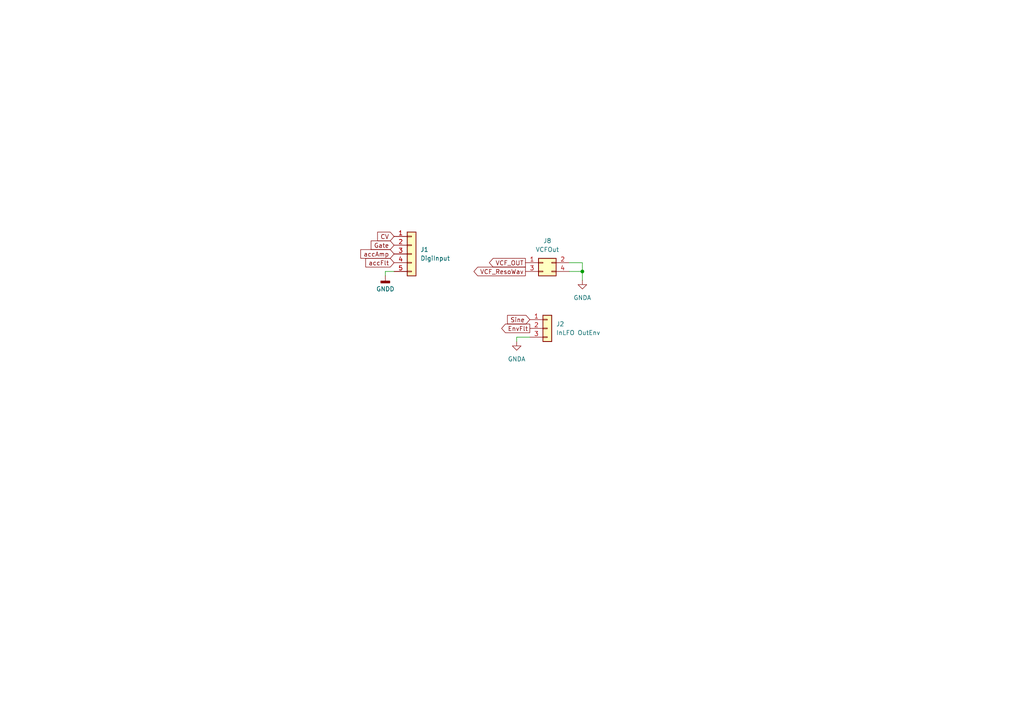
<source format=kicad_sch>
(kicad_sch (version 20250114) (generator "eeschema") (generator_version "9.0")
  (paper "A4")
  (lib_symbols
    (symbol "Connector_Generic:Conn_01x03" (pin_names (offset 1.016) (hide yes))
      (property "Reference" "J" (at 0 5.08 0))
      (property "Value" "Conn_01x03" (at 0 -5.08 0))
      (symbol "Conn_01x03_1_1"
        (rectangle (start -1.27 3.81) (end 1.27 -3.81) (stroke (width 0.254)) (fill (type background)))
        (rectangle (start -1.27 2.667) (end 0 2.413) (stroke (width 0.1524)))
        (rectangle (start -1.27 0.127) (end 0 -0.127) (stroke (width 0.1524)))
        (rectangle (start -1.27 -2.413) (end 0 -2.667) (stroke (width 0.1524)))
        (pin passive line (at -5.08 2.54 0) (length 3.81) (name "Pin_1") (number "1"))
        (pin passive line (at -5.08 0 0) (length 3.81) (name "Pin_2") (number "2"))
        (pin passive line (at -5.08 -2.54 0) (length 3.81) (name "Pin_3") (number "3"))
      )
    )
    (symbol "Connector_Generic:Conn_01x05" (pin_names (offset 1.016) (hide yes))
      (property "Reference" "J" (at 0 7.62 0))
      (property "Value" "Conn_01x05" (at 0 -7.62 0))
      (symbol "Conn_01x05_1_1"
        (rectangle (start -1.27 6.35) (end 1.27 -6.35) (stroke (width 0.254)) (fill (type background)))
        (rectangle (start -1.27 5.207) (end 0 4.953) (stroke (width 0.1524)))
        (rectangle (start -1.27 2.667) (end 0 2.413) (stroke (width 0.1524)))
        (rectangle (start -1.27 0.127) (end 0 -0.127) (stroke (width 0.1524)))
        (rectangle (start -1.27 -2.413) (end 0 -2.667) (stroke (width 0.1524)))
        (rectangle (start -1.27 -4.953) (end 0 -5.207) (stroke (width 0.1524)))
        (pin passive line (at -5.08 5.08 0) (length 3.81) (name "Pin_1") (number "1"))
        (pin passive line (at -5.08 2.54 0) (length 3.81) (name "Pin_2") (number "2"))
        (pin passive line (at -5.08 0 0) (length 3.81) (name "Pin_3") (number "3"))
        (pin passive line (at -5.08 -2.54 0) (length 3.81) (name "Pin_4") (number "4"))
        (pin passive line (at -5.08 -5.08 0) (length 3.81) (name "Pin_5") (number "5"))
      )
    )
    (symbol "Connector_Generic:Conn_02x02_Odd_Even" (pin_names (offset 1.016) (hide yes))
      (property "Reference" "J" (at 1.27 2.54 0))
      (property "Value" "Conn_02x02_Odd_Even" (at 1.27 -5.08 0))
      (symbol "Conn_02x02_Odd_Even_1_1"
        (rectangle (start -1.27 1.27) (end 3.81 -3.81) (stroke (width 0.254)) (fill (type background)))
        (rectangle (start -1.27 0.127) (end 0 -0.127) (stroke (width 0.1524)))
        (rectangle (start -1.27 -2.413) (end 0 -2.667) (stroke (width 0.1524)))
        (rectangle (start 3.81 0.127) (end 2.54 -0.127) (stroke (width 0.1524)))
        (rectangle (start 3.81 -2.413) (end 2.54 -2.667) (stroke (width 0.1524)))
        (pin passive line (at -5.08 0 0) (length 3.81) (name "Pin_1") (number "1"))
        (pin passive line (at -5.08 -2.54 0) (length 3.81) (name "Pin_3") (number "3"))
        (pin passive line (at 7.62 0 180) (length 3.81) (name "Pin_2") (number "2"))
        (pin passive line (at 7.62 -2.54 180) (length 3.81) (name "Pin_4") (number "4"))
      )
    )
    (symbol "power:GNDA" (power) (pin_numbers (hide yes)) (pin_names (offset 0) (hide yes))
      (property "Value" "GNDA" (at 0 -3.81 0))
      (symbol "GNDA_0_1"
        (polyline (pts (xy 0 0) (xy 0 -1.27) (xy 1.27 -1.27) (xy 0 -2.54) (xy -1.27 -1.27) (xy 0 -1.27)))
      )
      (symbol "GNDA_1_1"
        (pin power_in line (at 0 0 270) (length 0) (name "~") (number "1"))
      )
    )
    (symbol "power:GNDD" (power) (pin_numbers (hide yes)) (pin_names (offset 0) (hide yes))
      (property "Value" "GNDD" (at 0 -3.175 0))
      (symbol "GNDD_0_1"
        (rectangle (start -1.27 -1.524) (end 1.27 -2.032) (stroke (width 0.254)) (fill (type outline)))
        (polyline (pts (xy 0 0) (xy 0 -1.524)))
      )
      (symbol "GNDD_1_1"
        (pin power_in line (at 0 0 270) (length 0) (name "~") (number "1"))
      )
    )
  )
  (junction (at 168.91 78.74))
  (wire (pts (xy 165.1 76.2) (xy 168.91 76.2)))
  (wire (pts (xy 168.91 78.74) (xy 168.91 81.28)))
  (wire (pts (xy 165.1 78.74) (xy 168.91 78.74)))
  (wire (pts (xy 153.67 97.79) (xy 149.86 97.79)))
  (wire (pts (xy 168.91 76.2) (xy 168.91 78.74)))
  (wire (pts (xy 149.86 97.79) (xy 149.86 99.06)))
  (wire (pts (xy 114.3 78.74) (xy 111.76 78.74)))
  (wire (pts (xy 111.76 78.74) (xy 111.76 80.01)))
  (global_label "EnvFlt" (shape output) (at 153.67 95.25 180) (property "Intersheetrefs" "${INTERSHEET_REFS}" (effects (hide yes))))
  (global_label "Sine" (shape input) (at 153.67 92.71 180) (property "Intersheetrefs" "${INTERSHEET_REFS}" (effects (hide yes))))
  (global_label "Gate" (shape input) (at 114.3 71.12 180) (property "Intersheetrefs" "${INTERSHEET_REFS}" (effects (hide yes))))
  (global_label "accAmp" (shape input) (at 114.3 73.66 180) (property "Intersheetrefs" "${INTERSHEET_REFS}" (effects (hide yes))))
  (global_label "VCF_ResoWav" (shape output) (at 152.4 78.74 180) (property "Intersheetrefs" "${INTERSHEET_REFS}" (effects (hide yes))))
  (global_label "VCF_OUT" (shape output) (at 152.4 76.2 180) (property "Intersheetrefs" "${INTERSHEET_REFS}" (effects (hide yes))))
  (global_label "accFlt" (shape input) (at 114.3 76.2 180) (property "Intersheetrefs" "${INTERSHEET_REFS}" (effects (hide yes))))
  (global_label "CV" (shape input) (at 114.3 68.58 180) (property "Intersheetrefs" "${INTERSHEET_REFS}" (effects (hide yes))))
  (symbol (lib_id "Connector_Generic:Conn_01x03") (at 158.75 95.25 0) (unit 1)
    (property "Reference" "J2" (at 161.29 93.9799 0) (effects (justify left)))
    (property "Value" "InLFO OutEnv" (at 161.29 96.5199 0) (effects (justify left)))
    (property "Footprint" "Connector_PinSocket_2.54mm:PinSocket_1x03_P2.54mm_Vertical" (effects (hide yes)))
    (property "Description" "Generic connector, single row, 01x03, script generated (kicad-library-utils/schlib/autogen/connector/)" (effects (hide yes)))
  )
  (symbol (lib_id "power:GNDA") (at 149.86 99.06 0) (unit 1)
    (property "Reference" "#PWR01" (effects (hide yes)))
    (property "Value" "GNDA" (at 149.86 104.14 0))
    (property "Description" "Power symbol creates a global label with name \"GNDA\" , analog ground" (effects (hide yes)))
  )
  (symbol (lib_id "Connector_Generic:Conn_01x05") (at 119.38 73.66 0) (unit 1)
    (property "Reference" "J1" (at 121.92 72.3899 0) (effects (justify left)))
    (property "Value" "DigiInput" (at 121.92 74.9299 0) (effects (justify left)))
    (property "Footprint" "Connector_PinSocket_2.54mm:PinSocket_1x05_P2.54mm_Vertical" (effects (hide yes)))
    (property "Description" "Generic connector, single row, 01x05, script generated (kicad-library-utils/schlib/autogen/connector/)" (effects (hide yes)))
  )
  (symbol (lib_id "power:GNDD") (at 111.76 80.01 0) (unit 1)
    (property "Reference" "#PWR085" (effects (hide yes)))
    (property "Value" "GNDD" (at 111.76 83.82 0))
    (property "Description" "Power symbol creates a global label with name \"GNDD\" , digital ground" (effects (hide yes)))
  )
  (symbol (lib_id "power:GNDA") (at 168.91 81.28 0) (mirror y) (unit 1)
    (property "Reference" "#PWR0112" (effects (hide yes)))
    (property "Value" "GNDA" (at 168.91 86.36 0))
    (property "Description" "Power symbol creates a global label with name \"GNDA\" , analog ground" (effects (hide yes)))
  )
  (symbol (lib_id "Connector_Generic:Conn_02x02_Odd_Even") (at 157.48 76.2 0) (unit 1)
    (property "Reference" "J8" (at 158.75 69.85 0))
    (property "Value" "VCFOut" (at 158.75 72.39 0))
    (property "Footprint" "Connector_PinSocket_2.54mm:PinSocket_2x02_P2.54mm_Vertical" (effects (hide yes)))
    (property "Description" "Generic connector, double row, 02x02, odd/even pin numbering scheme (row 1 odd numbers, row 2 even numbers), script generated (kicad-library-utils/schlib/autogen/connector/)" (effects (hide yes)))
  )
)
</source>
